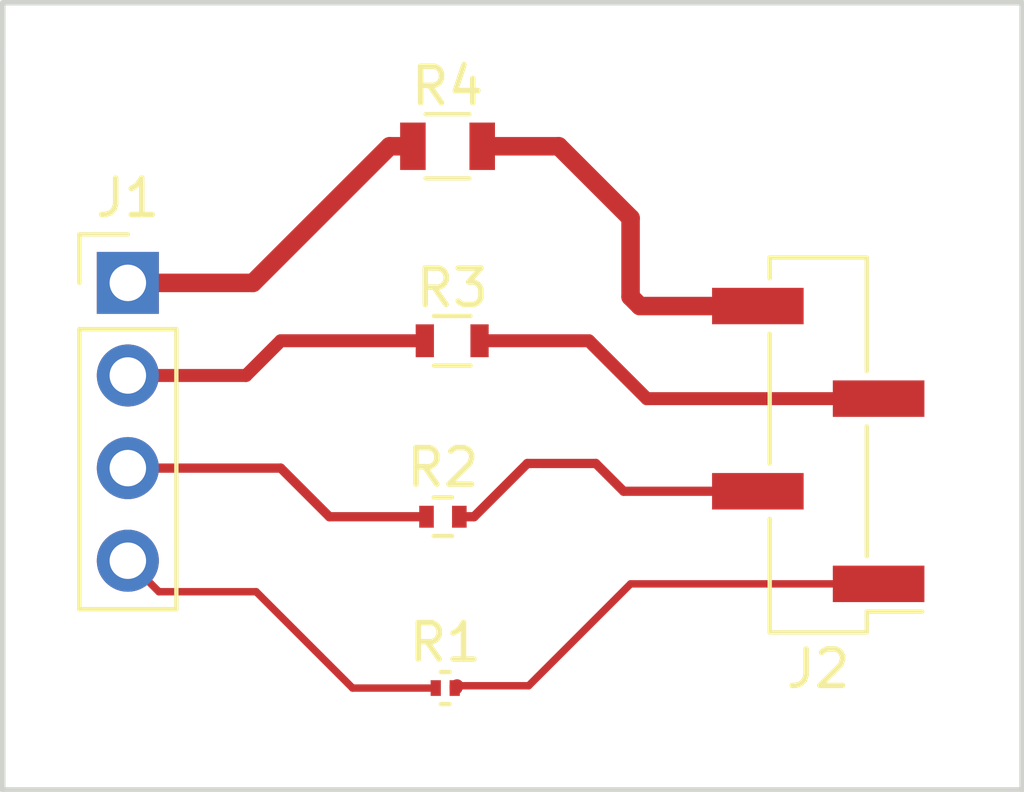
<source format=kicad_pcb>
(kicad_pcb (version 4) (host pcbnew 4.0.7)

  (general
    (links 8)
    (no_connects 0)
    (area 78.664999 69.139999 106.755001 90.880001)
    (thickness 1.6)
    (drawings 5)
    (tracks 31)
    (zones 0)
    (modules 6)
    (nets 9)
  )

  (page User 150.012 150.012)
  (title_block
    (title "LPKF Test Min")
    (date 2018-07-18)
    (rev v0.1)
    (company www.aravinth.info)
  )

  (layers
    (0 F.Cu signal)
    (31 B.Cu signal)
    (32 B.Adhes user)
    (33 F.Adhes user)
    (34 B.Paste user)
    (35 F.Paste user)
    (36 B.SilkS user)
    (37 F.SilkS user)
    (38 B.Mask user)
    (39 F.Mask user)
    (40 Dwgs.User user)
    (41 Cmts.User user)
    (42 Eco1.User user)
    (43 Eco2.User user)
    (44 Edge.Cuts user)
    (45 Margin user)
    (46 B.CrtYd user)
    (47 F.CrtYd user)
    (48 B.Fab user)
    (49 F.Fab user)
  )

  (setup
    (last_trace_width 0.25)
    (user_trace_width 0.2032)
    (user_trace_width 0.254)
    (user_trace_width 0.3556)
    (user_trace_width 0.508)
    (trace_clearance 0.2)
    (zone_clearance 0.508)
    (zone_45_only no)
    (trace_min 0.2)
    (segment_width 0.2)
    (edge_width 0.15)
    (via_size 0.6)
    (via_drill 0.4)
    (via_min_size 0.4)
    (via_min_drill 0.3)
    (uvia_size 0.3)
    (uvia_drill 0.1)
    (uvias_allowed no)
    (uvia_min_size 0.2)
    (uvia_min_drill 0.1)
    (pcb_text_width 0.3)
    (pcb_text_size 1.5 1.5)
    (mod_edge_width 0.15)
    (mod_text_size 1 1)
    (mod_text_width 0.15)
    (pad_size 1.524 1.524)
    (pad_drill 0.762)
    (pad_to_mask_clearance 0.2)
    (aux_axis_origin 0 0)
    (visible_elements FFFFEF7F)
    (pcbplotparams
      (layerselection 0x010f0_80000001)
      (usegerberextensions false)
      (excludeedgelayer true)
      (linewidth 0.100000)
      (plotframeref false)
      (viasonmask false)
      (mode 1)
      (useauxorigin false)
      (hpglpennumber 1)
      (hpglpenspeed 20)
      (hpglpendiameter 15)
      (hpglpenoverlay 2)
      (psnegative false)
      (psa4output false)
      (plotreference true)
      (plotvalue true)
      (plotinvisibletext false)
      (padsonsilk false)
      (subtractmaskfromsilk false)
      (outputformat 1)
      (mirror false)
      (drillshape 0)
      (scaleselection 1)
      (outputdirectory output/))
  )

  (net 0 "")
  (net 1 "Net-(J1-Pad1)")
  (net 2 "Net-(J1-Pad2)")
  (net 3 "Net-(J1-Pad3)")
  (net 4 "Net-(J1-Pad4)")
  (net 5 "Net-(J2-Pad1)")
  (net 6 "Net-(J2-Pad3)")
  (net 7 "Net-(J2-Pad2)")
  (net 8 "Net-(J2-Pad4)")

  (net_class Default "This is the default net class."
    (clearance 0.2)
    (trace_width 0.25)
    (via_dia 0.6)
    (via_drill 0.4)
    (uvia_dia 0.3)
    (uvia_drill 0.1)
    (add_net "Net-(J1-Pad1)")
    (add_net "Net-(J1-Pad2)")
    (add_net "Net-(J1-Pad3)")
    (add_net "Net-(J1-Pad4)")
    (add_net "Net-(J2-Pad1)")
    (add_net "Net-(J2-Pad2)")
    (add_net "Net-(J2-Pad3)")
    (add_net "Net-(J2-Pad4)")
  )

  (module Pin_Headers:Pin_Header_Straight_1x04_Pitch2.54mm (layer F.Cu) (tedit 59650532) (tstamp 5B4F562C)
    (at 82.169 76.8985)
    (descr "Through hole straight pin header, 1x04, 2.54mm pitch, single row")
    (tags "Through hole pin header THT 1x04 2.54mm single row")
    (path /5B4F5873)
    (fp_text reference J1 (at 0 -2.33) (layer F.SilkS)
      (effects (font (size 1 1) (thickness 0.15)))
    )
    (fp_text value LEFT (at 0 9.95) (layer F.Fab)
      (effects (font (size 1 1) (thickness 0.15)))
    )
    (fp_line (start -0.635 -1.27) (end 1.27 -1.27) (layer F.Fab) (width 0.1))
    (fp_line (start 1.27 -1.27) (end 1.27 8.89) (layer F.Fab) (width 0.1))
    (fp_line (start 1.27 8.89) (end -1.27 8.89) (layer F.Fab) (width 0.1))
    (fp_line (start -1.27 8.89) (end -1.27 -0.635) (layer F.Fab) (width 0.1))
    (fp_line (start -1.27 -0.635) (end -0.635 -1.27) (layer F.Fab) (width 0.1))
    (fp_line (start -1.33 8.95) (end 1.33 8.95) (layer F.SilkS) (width 0.12))
    (fp_line (start -1.33 1.27) (end -1.33 8.95) (layer F.SilkS) (width 0.12))
    (fp_line (start 1.33 1.27) (end 1.33 8.95) (layer F.SilkS) (width 0.12))
    (fp_line (start -1.33 1.27) (end 1.33 1.27) (layer F.SilkS) (width 0.12))
    (fp_line (start -1.33 0) (end -1.33 -1.33) (layer F.SilkS) (width 0.12))
    (fp_line (start -1.33 -1.33) (end 0 -1.33) (layer F.SilkS) (width 0.12))
    (fp_line (start -1.8 -1.8) (end -1.8 9.4) (layer F.CrtYd) (width 0.05))
    (fp_line (start -1.8 9.4) (end 1.8 9.4) (layer F.CrtYd) (width 0.05))
    (fp_line (start 1.8 9.4) (end 1.8 -1.8) (layer F.CrtYd) (width 0.05))
    (fp_line (start 1.8 -1.8) (end -1.8 -1.8) (layer F.CrtYd) (width 0.05))
    (fp_text user %R (at 0 3.81 90) (layer F.Fab)
      (effects (font (size 1 1) (thickness 0.15)))
    )
    (pad 1 thru_hole rect (at 0 0) (size 1.7 1.7) (drill 1) (layers *.Cu *.Mask)
      (net 1 "Net-(J1-Pad1)"))
    (pad 2 thru_hole oval (at 0 2.54) (size 1.7 1.7) (drill 1) (layers *.Cu *.Mask)
      (net 2 "Net-(J1-Pad2)"))
    (pad 3 thru_hole oval (at 0 5.08) (size 1.7 1.7) (drill 1) (layers *.Cu *.Mask)
      (net 3 "Net-(J1-Pad3)"))
    (pad 4 thru_hole oval (at 0 7.62) (size 1.7 1.7) (drill 1) (layers *.Cu *.Mask)
      (net 4 "Net-(J1-Pad4)"))
    (model ${KISYS3DMOD}/Pin_Headers.3dshapes/Pin_Header_Straight_1x04_Pitch2.54mm.wrl
      (at (xyz 0 0 0))
      (scale (xyz 1 1 1))
      (rotate (xyz 0 0 0))
    )
  )

  (module Pin_Headers:Pin_Header_Straight_1x04_Pitch2.54mm_SMD_Pin1Left (layer F.Cu) (tedit 59650532) (tstamp 5B4F5634)
    (at 101.092 81.3435 180)
    (descr "surface-mounted straight pin header, 1x04, 2.54mm pitch, single row, style 1 (pin 1 left)")
    (tags "Surface mounted pin header SMD 1x04 2.54mm single row style1 pin1 left")
    (path /5B4F5827)
    (attr smd)
    (fp_text reference J2 (at 0 -6.14 180) (layer F.SilkS)
      (effects (font (size 1 1) (thickness 0.15)))
    )
    (fp_text value RIGHT (at 0 6.14 180) (layer F.Fab)
      (effects (font (size 1 1) (thickness 0.15)))
    )
    (fp_line (start 1.27 5.08) (end -1.27 5.08) (layer F.Fab) (width 0.1))
    (fp_line (start -0.32 -5.08) (end 1.27 -5.08) (layer F.Fab) (width 0.1))
    (fp_line (start -1.27 5.08) (end -1.27 -4.13) (layer F.Fab) (width 0.1))
    (fp_line (start -1.27 -4.13) (end -0.32 -5.08) (layer F.Fab) (width 0.1))
    (fp_line (start 1.27 -5.08) (end 1.27 5.08) (layer F.Fab) (width 0.1))
    (fp_line (start -1.27 -4.13) (end -2.54 -4.13) (layer F.Fab) (width 0.1))
    (fp_line (start -2.54 -4.13) (end -2.54 -3.49) (layer F.Fab) (width 0.1))
    (fp_line (start -2.54 -3.49) (end -1.27 -3.49) (layer F.Fab) (width 0.1))
    (fp_line (start -1.27 0.95) (end -2.54 0.95) (layer F.Fab) (width 0.1))
    (fp_line (start -2.54 0.95) (end -2.54 1.59) (layer F.Fab) (width 0.1))
    (fp_line (start -2.54 1.59) (end -1.27 1.59) (layer F.Fab) (width 0.1))
    (fp_line (start 1.27 -1.59) (end 2.54 -1.59) (layer F.Fab) (width 0.1))
    (fp_line (start 2.54 -1.59) (end 2.54 -0.95) (layer F.Fab) (width 0.1))
    (fp_line (start 2.54 -0.95) (end 1.27 -0.95) (layer F.Fab) (width 0.1))
    (fp_line (start 1.27 3.49) (end 2.54 3.49) (layer F.Fab) (width 0.1))
    (fp_line (start 2.54 3.49) (end 2.54 4.13) (layer F.Fab) (width 0.1))
    (fp_line (start 2.54 4.13) (end 1.27 4.13) (layer F.Fab) (width 0.1))
    (fp_line (start -1.33 -5.14) (end 1.33 -5.14) (layer F.SilkS) (width 0.12))
    (fp_line (start -1.33 5.14) (end 1.33 5.14) (layer F.SilkS) (width 0.12))
    (fp_line (start 1.33 -5.14) (end 1.33 -2.03) (layer F.SilkS) (width 0.12))
    (fp_line (start -1.33 -4.57) (end -2.85 -4.57) (layer F.SilkS) (width 0.12))
    (fp_line (start -1.33 -5.14) (end -1.33 -4.57) (layer F.SilkS) (width 0.12))
    (fp_line (start 1.33 4.57) (end 1.33 5.14) (layer F.SilkS) (width 0.12))
    (fp_line (start 1.33 -0.51) (end 1.33 3.05) (layer F.SilkS) (width 0.12))
    (fp_line (start -1.33 -3.05) (end -1.33 0.51) (layer F.SilkS) (width 0.12))
    (fp_line (start -1.33 2.03) (end -1.33 5.14) (layer F.SilkS) (width 0.12))
    (fp_line (start -3.45 -5.6) (end -3.45 5.6) (layer F.CrtYd) (width 0.05))
    (fp_line (start -3.45 5.6) (end 3.45 5.6) (layer F.CrtYd) (width 0.05))
    (fp_line (start 3.45 5.6) (end 3.45 -5.6) (layer F.CrtYd) (width 0.05))
    (fp_line (start 3.45 -5.6) (end -3.45 -5.6) (layer F.CrtYd) (width 0.05))
    (fp_text user %R (at 0 0 270) (layer F.Fab)
      (effects (font (size 1 1) (thickness 0.15)))
    )
    (pad 1 smd rect (at -1.655 -3.81 180) (size 2.51 1) (layers F.Cu F.Paste F.Mask)
      (net 5 "Net-(J2-Pad1)"))
    (pad 3 smd rect (at -1.655 1.27 180) (size 2.51 1) (layers F.Cu F.Paste F.Mask)
      (net 6 "Net-(J2-Pad3)"))
    (pad 2 smd rect (at 1.655 -1.27 180) (size 2.51 1) (layers F.Cu F.Paste F.Mask)
      (net 7 "Net-(J2-Pad2)"))
    (pad 4 smd rect (at 1.655 3.81 180) (size 2.51 1) (layers F.Cu F.Paste F.Mask)
      (net 8 "Net-(J2-Pad4)"))
    (model ${KISYS3DMOD}/Pin_Headers.3dshapes/Pin_Header_Straight_1x04_Pitch2.54mm_SMD_Pin1Left.wrl
      (at (xyz 0 0 0))
      (scale (xyz 1 1 1))
      (rotate (xyz 0 0 0))
    )
  )

  (module Resistors_SMD:R_0201 (layer F.Cu) (tedit 58E0A804) (tstamp 5B4F563A)
    (at 90.8685 88.011)
    (descr "Resistor SMD 0201, reflow soldering, Vishay (see crcw0201e3.pdf)")
    (tags "resistor 0201")
    (path /5B4F59A9)
    (attr smd)
    (fp_text reference R1 (at 0 -1.25) (layer F.SilkS)
      (effects (font (size 1 1) (thickness 0.15)))
    )
    (fp_text value 1K (at 0 1.3) (layer F.Fab)
      (effects (font (size 1 1) (thickness 0.15)))
    )
    (fp_text user %R (at 0 -1.25) (layer F.Fab)
      (effects (font (size 1 1) (thickness 0.15)))
    )
    (fp_line (start -0.3 0.15) (end -0.3 -0.15) (layer F.Fab) (width 0.1))
    (fp_line (start 0.3 0.15) (end -0.3 0.15) (layer F.Fab) (width 0.1))
    (fp_line (start 0.3 -0.15) (end 0.3 0.15) (layer F.Fab) (width 0.1))
    (fp_line (start -0.3 -0.15) (end 0.3 -0.15) (layer F.Fab) (width 0.1))
    (fp_line (start 0.12 -0.44) (end -0.12 -0.44) (layer F.SilkS) (width 0.12))
    (fp_line (start -0.12 0.44) (end 0.12 0.44) (layer F.SilkS) (width 0.12))
    (fp_line (start -0.55 -0.37) (end 0.55 -0.37) (layer F.CrtYd) (width 0.05))
    (fp_line (start -0.55 -0.37) (end -0.55 0.36) (layer F.CrtYd) (width 0.05))
    (fp_line (start 0.55 0.36) (end 0.55 -0.37) (layer F.CrtYd) (width 0.05))
    (fp_line (start 0.55 0.36) (end -0.55 0.36) (layer F.CrtYd) (width 0.05))
    (pad 1 smd rect (at -0.26 0) (size 0.28 0.43) (layers F.Cu F.Paste F.Mask)
      (net 4 "Net-(J1-Pad4)"))
    (pad 2 smd rect (at 0.26 0) (size 0.28 0.43) (layers F.Cu F.Paste F.Mask)
      (net 5 "Net-(J2-Pad1)"))
    (model ${KISYS3DMOD}/Resistors_SMD.3dshapes/R_0201.wrl
      (at (xyz 0 0 0))
      (scale (xyz 1 1 1))
      (rotate (xyz 0 0 0))
    )
  )

  (module Resistors_SMD:R_0402 (layer F.Cu) (tedit 58E0A804) (tstamp 5B4F5640)
    (at 90.805 83.312)
    (descr "Resistor SMD 0402, reflow soldering, Vishay (see dcrcw.pdf)")
    (tags "resistor 0402")
    (path /5B4F59F6)
    (attr smd)
    (fp_text reference R2 (at 0 -1.35) (layer F.SilkS)
      (effects (font (size 1 1) (thickness 0.15)))
    )
    (fp_text value 1K (at 0 1.45) (layer F.Fab)
      (effects (font (size 1 1) (thickness 0.15)))
    )
    (fp_text user %R (at 0 -1.35) (layer F.Fab)
      (effects (font (size 1 1) (thickness 0.15)))
    )
    (fp_line (start -0.5 0.25) (end -0.5 -0.25) (layer F.Fab) (width 0.1))
    (fp_line (start 0.5 0.25) (end -0.5 0.25) (layer F.Fab) (width 0.1))
    (fp_line (start 0.5 -0.25) (end 0.5 0.25) (layer F.Fab) (width 0.1))
    (fp_line (start -0.5 -0.25) (end 0.5 -0.25) (layer F.Fab) (width 0.1))
    (fp_line (start 0.25 -0.53) (end -0.25 -0.53) (layer F.SilkS) (width 0.12))
    (fp_line (start -0.25 0.53) (end 0.25 0.53) (layer F.SilkS) (width 0.12))
    (fp_line (start -0.8 -0.45) (end 0.8 -0.45) (layer F.CrtYd) (width 0.05))
    (fp_line (start -0.8 -0.45) (end -0.8 0.45) (layer F.CrtYd) (width 0.05))
    (fp_line (start 0.8 0.45) (end 0.8 -0.45) (layer F.CrtYd) (width 0.05))
    (fp_line (start 0.8 0.45) (end -0.8 0.45) (layer F.CrtYd) (width 0.05))
    (pad 1 smd rect (at -0.45 0) (size 0.4 0.6) (layers F.Cu F.Paste F.Mask)
      (net 3 "Net-(J1-Pad3)"))
    (pad 2 smd rect (at 0.45 0) (size 0.4 0.6) (layers F.Cu F.Paste F.Mask)
      (net 7 "Net-(J2-Pad2)"))
    (model ${KISYS3DMOD}/Resistors_SMD.3dshapes/R_0402.wrl
      (at (xyz 0 0 0))
      (scale (xyz 1 1 1))
      (rotate (xyz 0 0 0))
    )
  )

  (module Resistors_SMD:R_0603 (layer F.Cu) (tedit 58E0A804) (tstamp 5B4F5646)
    (at 91.059 78.486)
    (descr "Resistor SMD 0603, reflow soldering, Vishay (see dcrcw.pdf)")
    (tags "resistor 0603")
    (path /5B4F5A10)
    (attr smd)
    (fp_text reference R3 (at 0 -1.45) (layer F.SilkS)
      (effects (font (size 1 1) (thickness 0.15)))
    )
    (fp_text value 1K (at 0 1.5) (layer F.Fab)
      (effects (font (size 1 1) (thickness 0.15)))
    )
    (fp_text user %R (at 0 0) (layer F.Fab)
      (effects (font (size 0.4 0.4) (thickness 0.075)))
    )
    (fp_line (start -0.8 0.4) (end -0.8 -0.4) (layer F.Fab) (width 0.1))
    (fp_line (start 0.8 0.4) (end -0.8 0.4) (layer F.Fab) (width 0.1))
    (fp_line (start 0.8 -0.4) (end 0.8 0.4) (layer F.Fab) (width 0.1))
    (fp_line (start -0.8 -0.4) (end 0.8 -0.4) (layer F.Fab) (width 0.1))
    (fp_line (start 0.5 0.68) (end -0.5 0.68) (layer F.SilkS) (width 0.12))
    (fp_line (start -0.5 -0.68) (end 0.5 -0.68) (layer F.SilkS) (width 0.12))
    (fp_line (start -1.25 -0.7) (end 1.25 -0.7) (layer F.CrtYd) (width 0.05))
    (fp_line (start -1.25 -0.7) (end -1.25 0.7) (layer F.CrtYd) (width 0.05))
    (fp_line (start 1.25 0.7) (end 1.25 -0.7) (layer F.CrtYd) (width 0.05))
    (fp_line (start 1.25 0.7) (end -1.25 0.7) (layer F.CrtYd) (width 0.05))
    (pad 1 smd rect (at -0.75 0) (size 0.5 0.9) (layers F.Cu F.Paste F.Mask)
      (net 2 "Net-(J1-Pad2)"))
    (pad 2 smd rect (at 0.75 0) (size 0.5 0.9) (layers F.Cu F.Paste F.Mask)
      (net 6 "Net-(J2-Pad3)"))
    (model ${KISYS3DMOD}/Resistors_SMD.3dshapes/R_0603.wrl
      (at (xyz 0 0 0))
      (scale (xyz 1 1 1))
      (rotate (xyz 0 0 0))
    )
  )

  (module Resistors_SMD:R_0805 (layer F.Cu) (tedit 58E0A804) (tstamp 5B4F564C)
    (at 90.932 73.152)
    (descr "Resistor SMD 0805, reflow soldering, Vishay (see dcrcw.pdf)")
    (tags "resistor 0805")
    (path /5B4F5A2F)
    (attr smd)
    (fp_text reference R4 (at 0 -1.65) (layer F.SilkS)
      (effects (font (size 1 1) (thickness 0.15)))
    )
    (fp_text value 1K (at 0 1.75) (layer F.Fab)
      (effects (font (size 1 1) (thickness 0.15)))
    )
    (fp_text user %R (at 0 0) (layer F.Fab)
      (effects (font (size 0.5 0.5) (thickness 0.075)))
    )
    (fp_line (start -1 0.62) (end -1 -0.62) (layer F.Fab) (width 0.1))
    (fp_line (start 1 0.62) (end -1 0.62) (layer F.Fab) (width 0.1))
    (fp_line (start 1 -0.62) (end 1 0.62) (layer F.Fab) (width 0.1))
    (fp_line (start -1 -0.62) (end 1 -0.62) (layer F.Fab) (width 0.1))
    (fp_line (start 0.6 0.88) (end -0.6 0.88) (layer F.SilkS) (width 0.12))
    (fp_line (start -0.6 -0.88) (end 0.6 -0.88) (layer F.SilkS) (width 0.12))
    (fp_line (start -1.55 -0.9) (end 1.55 -0.9) (layer F.CrtYd) (width 0.05))
    (fp_line (start -1.55 -0.9) (end -1.55 0.9) (layer F.CrtYd) (width 0.05))
    (fp_line (start 1.55 0.9) (end 1.55 -0.9) (layer F.CrtYd) (width 0.05))
    (fp_line (start 1.55 0.9) (end -1.55 0.9) (layer F.CrtYd) (width 0.05))
    (pad 1 smd rect (at -0.95 0) (size 0.7 1.3) (layers F.Cu F.Paste F.Mask)
      (net 1 "Net-(J1-Pad1)"))
    (pad 2 smd rect (at 0.95 0) (size 0.7 1.3) (layers F.Cu F.Paste F.Mask)
      (net 8 "Net-(J2-Pad4)"))
    (model ${KISYS3DMOD}/Resistors_SMD.3dshapes/R_0805.wrl
      (at (xyz 0 0 0))
      (scale (xyz 1 1 1))
      (rotate (xyz 0 0 0))
    )
  )

  (gr_line (start 78.74 69.215) (end 78.74 70.485) (layer Edge.Cuts) (width 0.15))
  (gr_line (start 106.68 69.215) (end 78.74 69.215) (layer Edge.Cuts) (width 0.15))
  (gr_line (start 106.68 90.805) (end 106.68 69.215) (layer Edge.Cuts) (width 0.15))
  (gr_line (start 78.74 90.805) (end 106.68 90.805) (layer Edge.Cuts) (width 0.15))
  (gr_line (start 78.74 70.485) (end 78.74 90.805) (layer Edge.Cuts) (width 0.15))

  (segment (start 89.982 73.152) (end 89.3445 73.152) (width 0.508) (layer F.Cu) (net 1))
  (segment (start 85.598 76.8985) (end 82.169 76.8985) (width 0.508) (layer F.Cu) (net 1) (tstamp 5B4F57B6))
  (segment (start 89.3445 73.152) (end 85.598 76.8985) (width 0.508) (layer F.Cu) (net 1) (tstamp 5B4F57B5))
  (segment (start 85.4075 79.4385) (end 86.36 78.486) (width 0.3556) (layer F.Cu) (net 2))
  (segment (start 82.169 79.4385) (end 85.4075 79.4385) (width 0.3556) (layer F.Cu) (net 2))
  (segment (start 86.36 78.486) (end 90.309 78.486) (width 0.3556) (layer F.Cu) (net 2))
  (segment (start 86.36 81.9785) (end 87.6935 83.312) (width 0.254) (layer F.Cu) (net 3))
  (segment (start 87.6935 83.312) (end 90.355 83.312) (width 0.254) (layer F.Cu) (net 3))
  (segment (start 82.169 81.9785) (end 86.36 81.9785) (width 0.254) (layer F.Cu) (net 3))
  (segment (start 85.685999 85.368499) (end 88.3285 88.011) (width 0.2032) (layer F.Cu) (net 4))
  (segment (start 83.018999 85.368499) (end 85.685999 85.368499) (width 0.2032) (layer F.Cu) (net 4))
  (segment (start 82.169 84.5185) (end 83.018999 85.368499) (width 0.2032) (layer F.Cu) (net 4))
  (segment (start 88.3285 88.011) (end 90.6085 88.011) (width 0.2032) (layer F.Cu) (net 4))
  (segment (start 93.1545 87.9475) (end 91.192 87.9475) (width 0.2032) (layer F.Cu) (net 5))
  (segment (start 102.747 85.1535) (end 95.9485 85.1535) (width 0.2032) (layer F.Cu) (net 5))
  (segment (start 95.9485 85.1535) (end 93.1545 87.9475) (width 0.2032) (layer F.Cu) (net 5))
  (segment (start 91.192 87.9475) (end 91.16411 87.97539) (width 0.3556) (layer F.Cu) (net 5))
  (segment (start 91.16411 87.97539) (end 91.16411 88.011) (width 0.3556) (layer F.Cu) (net 5))
  (segment (start 94.8055 78.486) (end 96.393 80.0735) (width 0.3556) (layer F.Cu) (net 6))
  (segment (start 91.809 78.486) (end 94.8055 78.486) (width 0.3556) (layer F.Cu) (net 6))
  (segment (start 96.393 80.0735) (end 102.747 80.0735) (width 0.3556) (layer F.Cu) (net 6))
  (segment (start 94.996 81.8515) (end 95.758 82.6135) (width 0.254) (layer F.Cu) (net 7))
  (segment (start 91.6582 83.312) (end 93.1187 81.8515) (width 0.254) (layer F.Cu) (net 7))
  (segment (start 91.255 83.312) (end 91.6582 83.312) (width 0.254) (layer F.Cu) (net 7))
  (segment (start 93.1187 81.8515) (end 94.996 81.8515) (width 0.254) (layer F.Cu) (net 7))
  (segment (start 95.758 82.6135) (end 99.437 82.6135) (width 0.254) (layer F.Cu) (net 7))
  (segment (start 91.882 73.152) (end 93.98 73.152) (width 0.508) (layer F.Cu) (net 8))
  (segment (start 96.2025 77.5335) (end 99.437 77.5335) (width 0.508) (layer F.Cu) (net 8) (tstamp 5B4F57BD))
  (segment (start 95.9485 77.2795) (end 96.2025 77.5335) (width 0.508) (layer F.Cu) (net 8) (tstamp 5B4F57BC))
  (segment (start 95.9485 75.1205) (end 95.9485 77.2795) (width 0.508) (layer F.Cu) (net 8) (tstamp 5B4F57BB))
  (segment (start 93.98 73.152) (end 95.9485 75.1205) (width 0.508) (layer F.Cu) (net 8) (tstamp 5B4F57BA))

)

</source>
